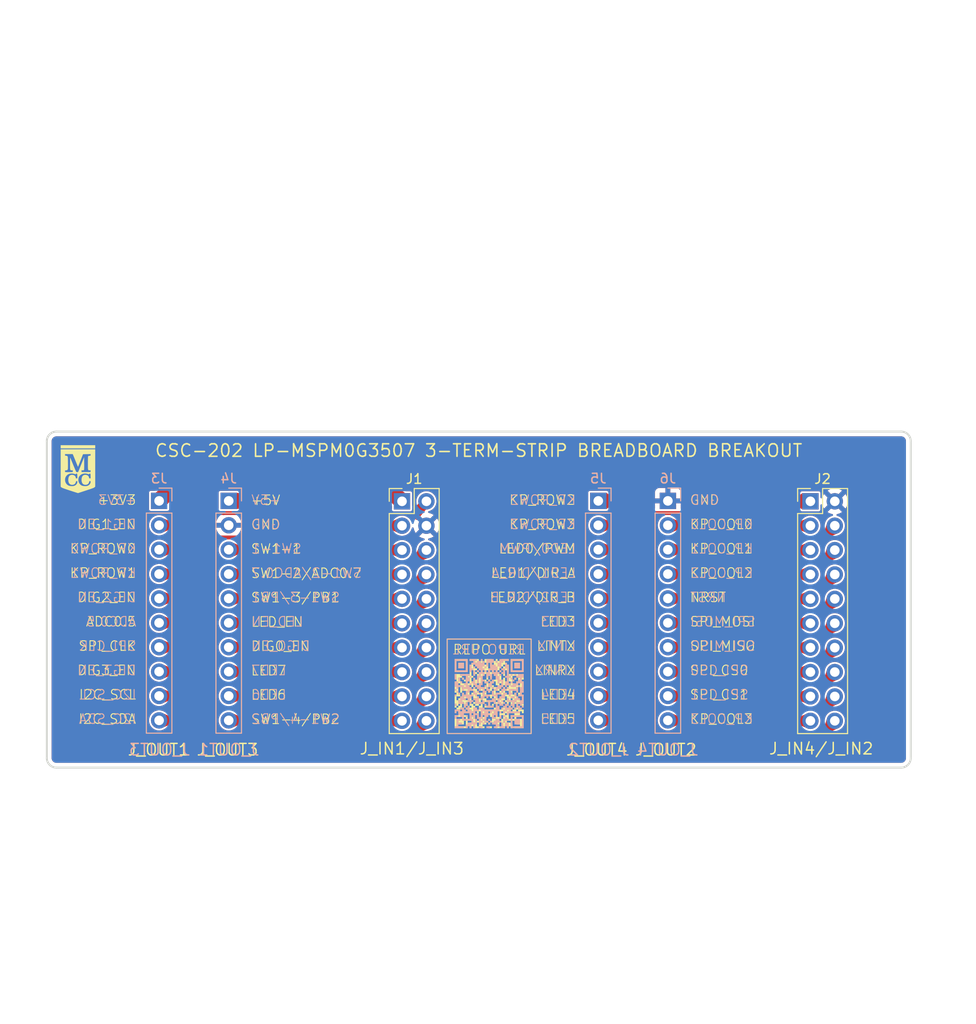
<source format=kicad_pcb>
(kicad_pcb (version 20241229) (generator "pcbnew") (generator_version "9.0")
  (layers (0 "F.Cu" signal) (2 "B.Cu" signal) (13 "F.Paste" user) (15 "B.Paste" user) (5 "F.SilkS" user "F.Silkscreen") (7 "B.SilkS" user "B.Silkscreen") (1 "F.Mask" user) (3 "B.Mask" user) (25 "Edge.Cuts" user))
  (net 0 "")
  (net 1 "/ADC0.5")
  (net 2 "/DIG1_EN")
  (net 3 "/I2C_SDA")
  (net 4 "/DIG2_EN")
  (net 5 "/DIG3_EN")
  (net 6 "/KP_ROW1")
  (net 7 "+3V3")
  (net 8 "/KP_ROW0")
  (net 9 "/I2C_SCL")
  (net 10 "/SPI_CLK")
  (net 11 "/KP_COL3")
  (net 12 "/SPI_CS1")
  (net 13 "/KP_COL1")
  (net 14 "/KP_COL0")
  (net 15 "GND")
  (net 16 "/SPI_MOSI")
  (net 17 "/KP_COL2")
  (net 18 "/SPI_MISO")
  (net 19 "/SPI_CS0")
  (net 20 "/NRST")
  (net 21 "/SW1-3{slash}PB1")
  (net 22 "/LED_EN")
  (net 23 "/LED7")
  (net 24 "+5V")
  (net 25 "/DIG0_EN")
  (net 26 "/SW1-4{slash}PB2")
  (net 27 "/SW1-2{slash}ADC0.7")
  (net 28 "/SW1-1")
  (net 29 "/LED6")
  (net 30 "/LED5")
  (net 31 "/KP_ROW3")
  (net 32 "/LED0{slash}PWM")
  (net 33 "/KP_ROW2")
  (net 34 "/LED2{slash}DIR_B")
  (net 35 "/LED4")
  (net 36 "/LINTX")
  (net 37 "/LED1{slash}DIR_A")
  (net 38 "/LED3")
  (net 39 "/LINRX")
  (footprint "01-Shared_Project_Footprints:Makers-Mark_Eli_Bell" (layer "F.Cu") (at 176.85 82.16)
    (property "Reference" "LOGO**" (hide yes))
    (property "Value" "Logo" (hide yes))
    (fp_line (start -0.775 0) (end -0.775 0.2) (stroke (width 0.2)) (layer "F.Cu"))
    (fp_line (start 0.775 0.2) (end 0.775 0) (stroke (width 0.2)) (layer "F.Cu"))
    (fp_arc (start -0.775 0) (mid 0 -0.775) (end 0.775 0) (stroke (width 0.2)) (layer "F.Cu"))
    (fp_arc (start -0.775 0.2) (mid -0.833323 0.439333) (end -0.995216 0.625) (stroke (width 0.2)) (layer "F.Cu"))
    (fp_arc (start -0.103078 -0.875) (mid 0 -0.978078) (end 0.103078 -0.875) (stroke (width 0.2)) (layer "F.Cu"))
    (fp_arc (start 0.103078 0.996922) (mid 0 1.1) (end -0.103078 0.996922) (stroke (width 0.2)) (layer "F.Cu"))
    (fp_arc (start 0.995216 0.625) (mid 0.833323 0.439333) (end 0.775 0.2) (stroke (width 0.2)) (layer "F.Cu"))
    (fp_curve (pts (xy -0.995216 0.625) (xy -0.995216 0.875) (xy 0 0.9) (xy 0 0.9)) (stroke (width 0.2)) (layer "F.Cu"))
    (fp_curve (pts (xy 0.995216 0.625) (xy 0.995216 0.875) (xy 0 0.9) (xy 0 0.9)) (stroke (width 0.2)) (layer "F.Cu"))
    (fp_text user "e" (at -0.525 0.8 0) (layer "F.Cu") (effects (font (size 1.35 1.35) (thickness 0.1)) (justify left bottom)))
    (zone (net 0) (net_name "") (layer "F.Cu") (connect_pads (clearance 0)) (min_thickness 0.25)
      (keepout (tracks allowed) (vias allowed) (pads allowed) (copperpour not_allowed) (footprints allowed))
      (fill (thermal_gap 0.5) (thermal_bridge_width 0.5))
      (polygon (pts (xy 176.746922 83.504311) (xy 176.74696 83.527829) (xy 176.767369 83.570207) (xy 176.804143 83.599534) (xy 176.85 83.61) (xy 176.895857 83.599534) (xy 176.932631 83.570207) (xy 176.95304 83.527829) (xy 176.953078 83.504311)))
    )
    (zone (net 0) (net_name "") (layer "F.Cu") (connect_pads (clearance 0)) (min_thickness 0.25)
      (keepout (tracks allowed) (vias allowed) (pads allowed) (copperpour not_allowed) (footprints allowed))
      (fill (thermal_gap 0.5) (thermal_bridge_width 0.5))
      (polygon (pts (xy 175.854784 83.132389) (xy 177.845216 83.132389) (xy 177.826307 83.189361) (xy 177.766151 83.242981) (xy 177.645444 83.297071) (xy 177.438955 83.348336) (xy 177.138141 83.388902) (xy 176.85 83.407389) (xy 176.561859 83.388902) (xy 176.261045 83.348336) (xy 176.054556 83.297071) (xy 175.933849 83.242981) (xy 175.873693 83.189361)))
    )
  )
  (footprint "01-Shared_Project_Footprints:PinHeader_2x10_P2.54mm_Vertical_J2-J4" (layer "F.Cu") (at 168.685369 87.264556)
    (property "Reference" "J2" (at 1.27 -2.33 0) (layer "F.SilkS"))
    (property "Value" "J_IN4/J_IN2")
    (pad "11" thru_hole oval (at 2.54 22.86) (size 1.7 1.7) (drill 1) (layers "*.Cu" "*.Mask") (net 11 "/KP_COL3"))
    (pad "12" thru_hole oval (at 2.54 20.32) (size 1.7 1.7) (drill 1) (layers "*.Cu" "*.Mask") (net 12 "/SPI_CS1"))
    (pad "13" thru_hole oval (at 2.54 17.78) (size 1.7 1.7) (drill 1) (layers "*.Cu" "*.Mask") (net 19 "/SPI_CS0"))
    (pad "14" thru_hole oval (at 2.54 15.24) (size 1.7 1.7) (drill 1) (layers "*.Cu" "*.Mask") (net 18 "/SPI_MISO"))
    (pad "15" thru_hole oval (at 2.54 12.7) (size 1.7 1.7) (drill 1) (layers "*.Cu" "*.Mask") (net 16 "/SPI_MOSI"))
    (pad "16" thru_hole oval (at 2.54 10.16) (size 1.7 1.7) (drill 1) (layers "*.Cu" "*.Mask") (net 20 "/NRST"))
    (pad "17" thru_hole oval (at 2.54 7.62) (size 1.7 1.7) (drill 1) (layers "*.Cu" "*.Mask") (net 17 "/KP_COL2"))
    (pad "18" thru_hole oval (at 2.54 5.08) (size 1.7 1.7) (drill 1) (layers "*.Cu" "*.Mask") (net 13 "/KP_COL1"))
    (pad "19" thru_hole oval (at 2.54 2.54) (size 1.7 1.7) (drill 1) (layers "*.Cu" "*.Mask") (net 14 "/KP_COL0"))
    (pad "20" thru_hole oval (at 2.54 0) (size 1.7 1.7) (drill 1) (layers "*.Cu" "*.Mask") (net 15 "GND"))
    (pad "31" thru_hole oval (at 0 22.86) (size 1.7 1.7) (drill 1) (layers "*.Cu" "*.Mask") (net 30 "/LED5"))
    (pad "32" thru_hole oval (at 0 20.32) (size 1.7 1.7) (drill 1) (layers "*.Cu" "*.Mask") (net 35 "/LED4"))
    (pad "33" thru_hole oval (at 0 17.78) (size 1.7 1.7) (drill 1) (layers "*.Cu" "*.Mask") (net 39 "/LINRX"))
    (pad "34" thru_hole oval (at 0 15.24) (size 1.7 1.7) (drill 1) (layers "*.Cu" "*.Mask") (net 36 "/LINTX"))
    (pad "35" thru_hole oval (at 0 12.7) (size 1.7 1.7) (drill 1) (layers "*.Cu" "*.Mask") (net 38 "/LED3"))
    (pad "36" thru_hole oval (at 0 10.16) (size 1.7 1.7) (drill 1) (layers "*.Cu" "*.Mask") (net 34 "/LED2{slash}DIR_B"))
    (pad "37" thru_hole oval (at 0 7.62) (size 1.7 1.7) (drill 1) (layers "*.Cu" "*.Mask") (net 37 "/LED1{slash}DIR_A"))
    (pad "38" thru_hole oval (at 0 5.08) (size 1.7 1.7) (drill 1) (layers "*.Cu" "*.Mask") (net 32 "/LED0{slash}PWM"))
    (pad "39" thru_hole oval (at 0 2.54) (size 1.7 1.7) (drill 1) (layers "*.Cu" "*.Mask") (net 31 "/KP_ROW3"))
    (pad "40" thru_hole rect (at 0 0) (size 1.7 1.7) (drill 1) (layers "*.Cu" "*.Mask") (net 33 "/KP_ROW2"))
  )
  (footprint "01-Shared_Project_Footprints:Repo_URL_QR" (layer "F.Cu") (at 135.22 107.29)
    (property "Reference" "G1")
    (property "Value" "LOGO" (hide yes))
  )
  (footprint "01-Shared_Project_Footprints:MCC-Logo" (layer "F.Cu") (at 92.38 83.92)
    (property "Reference" "LOGO1")
    (property "Value" "LOGO" (hide yes))
  )
  (footprint "01-Shared_Project_Footprints:PinHeader_2x10_P2.54mm_Vertical_J1-J3" (layer "F.Cu") (at 126.141369 87.264556)
    (property "Reference" "J1" (at 1.27 -2.33 0) (layer "F.SilkS"))
    (property "Value" "J_IN1/J_IN3")
    (pad "1" thru_hole rect (at 0 0) (size 1.7 1.7) (drill 1) (layers "*.Cu" "*.Mask") (net 7 "+3V3"))
    (pad "2" thru_hole oval (at 0 2.54) (size 1.7 1.7) (drill 1) (layers "*.Cu" "*.Mask") (net 2 "/DIG1_EN"))
    (pad "3" thru_hole oval (at 0 5.08) (size 1.7 1.7) (drill 1) (layers "*.Cu" "*.Mask") (net 8 "/KP_ROW0"))
    (pad "4" thru_hole oval (at 0 7.62) (size 1.7 1.7) (drill 1) (layers "*.Cu" "*.Mask") (net 6 "/KP_ROW1"))
    (pad "5" thru_hole oval (at 0 10.16) (size 1.7 1.7) (drill 1) (layers "*.Cu" "*.Mask") (net 4 "/DIG2_EN"))
    (pad "6" thru_hole oval (at 0 12.7) (size 1.7 1.7) (drill 1) (layers "*.Cu" "*.Mask") (net 1 "/ADC0.5"))
    (pad "7" thru_hole oval (at 0 15.24) (size 1.7 1.7) (drill 1) (layers "*.Cu" "*.Mask") (net 10 "/SPI_CLK"))
    (pad "8" thru_hole oval (at 0 17.78) (size 1.7 1.7) (drill 1) (layers "*.Cu" "*.Mask") (net 5 "/DIG3_EN"))
    (pad "9" thru_hole oval (at 0 20.32) (size 1.7 1.7) (drill 1) (layers "*.Cu" "*.Mask") (net 9 "/I2C_SCL"))
    (pad "10" thru_hole oval (at 0 22.86) (size 1.7 1.7) (drill 1) (layers "*.Cu" "*.Mask") (net 3 "/I2C_SDA"))
    (pad "21" thru_hole oval (at 2.54 0) (size 1.7 1.7) (drill 1) (layers "*.Cu" "*.Mask") (net 24 "+5V"))
    (pad "22" thru_hole oval (at 2.54 2.54) (size 1.7 1.7) (drill 1) (layers "*.Cu" "*.Mask") (net 15 "GND"))
    (pad "23" thru_hole oval (at 2.54 5.08) (size 1.7 1.7) (drill 1) (layers "*.Cu" "*.Mask") (net 28 "/SW1-1"))
    (pad "24" thru_hole oval (at 2.54 7.62) (size 1.7 1.7) (drill 1) (layers "*.Cu" "*.Mask") (net 27 "/SW1-2{slash}ADC0.7"))
    (pad "25" thru_hole oval (at 2.54 10.16) (size 1.7 1.7) (drill 1) (layers "*.Cu" "*.Mask") (net 21 "/SW1-3{slash}PB1"))
    (pad "26" thru_hole oval (at 2.54 12.7) (size 1.7 1.7) (drill 1) (layers "*.Cu" "*.Mask") (net 22 "/LED_EN"))
    (pad "27" thru_hole oval (at 2.54 15.24) (size 1.7 1.7) (drill 1) (layers "*.Cu" "*.Mask") (net 25 "/DIG0_EN"))
    (pad "28" thru_hole oval (at 2.54 17.78) (size 1.7 1.7) (drill 1) (layers "*.Cu" "*.Mask") (net 23 "/LED7"))
    (pad "29" thru_hole oval (at 2.54 20.32) (size 1.7 1.7) (drill 1) (layers "*.Cu" "*.Mask") (net 29 "/LED6"))
    (pad "30" thru_hole oval (at 2.54 22.86) (size 1.7 1.7) (drill 1) (layers "*.Cu" "*.Mask") (net 26 "/SW1-4{slash}PB2"))
  )
  (footprint "01-Shared_Project_Footprints:Repo_URL_QR" (layer "B.Cu") (at 135.220001 107.29 180)
    (property "Reference" "G2")
    (property "Value" "LOGO" (hide yes))
  )
  (footprint "Connector_PinHeader_2.54mm:PinHeader_1x10_P2.54mm_Vertical" (layer "B.Cu") (at 108.086469 87.22 180)
    (property "Reference" "J4" (at 0 2.33 0) (layer "B.SilkS") (effects (justify mirror)))
    (property "Value" "J_OUT3")
    (pad "1" thru_hole rect (at 0 0 180) (size 1.7 1.7) (drill 1) (layers "*.Cu" "*.Mask") (net 24 "+5V"))
    (pad "2" thru_hole oval (at 0 -2.54 180) (size 1.7 1.7) (drill 1) (layers "*.Cu" "*.Mask") (net 15 "GND"))
    (pad "3" thru_hole oval (at 0 -5.08 180) (size 1.7 1.7) (drill 1) (layers "*.Cu" "*.Mask") (net 28 "/SW1-1"))
    (pad "4" thru_hole oval (at 0 -7.62 180) (size 1.7 1.7) (drill 1) (layers "*.Cu" "*.Mask") (net 27 "/SW1-2{slash}ADC0.7"))
    (pad "5" thru_hole oval (at 0 -10.16 180) (size 1.7 1.7) (drill 1) (layers "*.Cu" "*.Mask") (net 21 "/SW1-3{slash}PB1"))
    (pad "6" thru_hole oval (at 0 -12.7 180) (size 1.7 1.7) (drill 1) (layers "*.Cu" "*.Mask") (net 22 "/LED_EN"))
    (pad "7" thru_hole oval (at 0 -15.24 180) (size 1.7 1.7) (drill 1) (layers "*.Cu" "*.Mask") (net 25 "/DIG0_EN"))
    (pad "8" thru_hole oval (at 0 -17.78 180) (size 1.7 1.7) (drill 1) (layers "*.Cu" "*.Mask") (net 23 "/LED7"))
    (pad "9" thru_hole oval (at 0 -20.32 180) (size 1.7 1.7) (drill 1) (layers "*.Cu" "*.Mask") (net 29 "/LED6"))
    (pad "10" thru_hole oval (at 0 -22.86 180) (size 1.7 1.7) (drill 1) (layers "*.Cu" "*.Mask") (net 26 "/SW1-4{slash}PB2"))
  )
  (footprint "Connector_PinHeader_2.54mm:PinHeader_1x10_P2.54mm_Vertical" (layer "B.Cu") (at 153.836469 87.22 180)
    (property "Reference" "J6" (at 0 2.33 0) (layer "B.SilkS") (effects (justify mirror)))
    (property "Value" "J_OUT2")
    (pad "1" thru_hole rect (at 0 0 180) (size 1.7 1.7) (drill 1) (layers "*.Cu" "*.Mask") (net 15 "GND"))
    (pad "2" thru_hole oval (at 0 -2.54 180) (size 1.7 1.7) (drill 1) (layers "*.Cu" "*.Mask") (net 14 "/KP_COL0"))
    (pad "3" thru_hole oval (at 0 -5.08 180) (size 1.7 1.7) (drill 1) (layers "*.Cu" "*.Mask") (net 13 "/KP_COL1"))
    (pad "4" thru_hole oval (at 0 -7.62 180) (size 1.7 1.7) (drill 1) (layers "*.Cu" "*.Mask") (net 17 "/KP_COL2"))
    (pad "5" thru_hole oval (at 0 -10.16 180) (size 1.7 1.7) (drill 1) (layers "*.Cu" "*.Mask") (net 20 "/NRST"))
    (pad "6" thru_hole oval (at 0 -12.7 180) (size 1.7 1.7) (drill 1) (layers "*.Cu" "*.Mask") (net 16 "/SPI_MOSI"))
    (pad "7" thru_hole oval (at 0 -15.24 180) (size 1.7 1.7) (drill 1) (layers "*.Cu" "*.Mask") (net 18 "/SPI_MISO"))
    (pad "8" thru_hole oval (at 0 -17.78 180) (size 1.7 1.7) (drill 1) (layers "*.Cu" "*.Mask") (net 19 "/SPI_CS0"))
    (pad "9" thru_hole oval (at 0 -20.32 180) (size 1.7 1.7) (drill 1) (layers "*.Cu" "*.Mask") (net 12 "/SPI_CS1"))
    (pad "10" thru_hole oval (at 0 -22.86 180) (size 1.7 1.7) (drill 1) (layers "*.Cu" "*.Mask") (net 11 "/KP_COL3"))
  )
  (footprint "Connector_PinHeader_2.54mm:PinHeader_1x10_P2.54mm_Vertical" (layer "B.Cu") (at 100.836469 87.22 180)
    (property "Reference" "J3" (at 0 2.33 0) (layer "B.SilkS") (effects (justify mirror)))
    (property "Value" "J_OUT1")
    (pad "1" thru_hole rect (at 0 0 180) (size 1.7 1.7) (drill 1) (layers "*.Cu" "*.Mask") (net 7 "+3V3"))
    (pad "2" thru_hole oval (at 0 -2.54 180) (size 1.7 1.7) (drill 1) (layers "*.Cu" "*.Mask") (net 2 "/DIG1_EN"))
    (pad "3" thru_hole oval (at 0 -5.08 180) (size 1.7 1.7) (drill 1) (layers "*.Cu" "*.Mask") (net 8 "/KP_ROW0"))
    (pad "4" thru_hole oval (at 0 -7.62 180) (size 1.7 1.7) (drill 1) (layers "*.Cu" "*.Mask") (net 6 "/KP_ROW1"))
    (pad "5" thru_hole oval (at 0 -10.16 180) (size 1.7 1.7) (drill 1) (layers "*.Cu" "*.Mask") (net 4 "/DIG2_EN"))
    (pad "6" thru_hole oval (at 0 -12.7 180) (size 1.7 1.7) (drill 1) (layers "*.Cu" "*.Mask") (net 1 "/ADC0.5"))
    (pad "7" thru_hole oval (at 0 -15.24 180) (size 1.7 1.7) (drill 1) (layers "*.Cu" "*.Mask") (net 10 "/SPI_CLK"))
    (pad "8" thru_hole oval (at 0 -17.78 180) (size 1.7 1.7) (drill 1) (layers "*.Cu" "*.Mask") (net 5 "/DIG3_EN"))
    (pad "9" thru_hole oval (at 0 -20.32 180) (size 1.7 1.7) (drill 1) (layers "*.Cu" "*.Mask") (net 9 "/I2C_SCL"))
    (pad "10" thru_hole oval (at 0 -22.86 180) (size 1.7 1.7) (drill 1) (layers "*.Cu" "*.Mask") (net 3 "/I2C_SDA"))
  )
  (footprint "Connector_PinHeader_2.54mm:PinHeader_1x10_P2.54mm_Vertical" (layer "B.Cu") (at 146.586469 87.22 180)
    (property "Reference" "J5" (at 0 2.33 0) (layer "B.SilkS") (effects (justify mirror)))
    (property "Value" "J_OUT4")
    (pad "1" thru_hole rect (at 0 0 180) (size 1.7 1.7) (drill 1) (layers "*.Cu" "*.Mask") (net 33 "/KP_ROW2"))
    (pad "2" thru_hole oval (at 0 -2.54 180) (size 1.7 1.7) (drill 1) (layers "*.Cu" "*.Mask") (net 31 "/KP_ROW3"))
    (pad "3" thru_hole oval (at 0 -5.08 180) (size 1.7 1.7) (drill 1) (layers "*.Cu" "*.Mask") (net 32 "/LED0{slash}PWM"))
    (pad "4" thru_hole oval (at 0 -7.62 180) (size 1.7 1.7) (drill 1) (layers "*.Cu" "*.Mask") (net 37 "/LED1{slash}DIR_A"))
    (pad "5" thru_hole oval (at 0 -10.16 180) (size 1.7 1.7) (drill 1) (layers "*.Cu" "*.Mask") (net 34 "/LED2{slash}DIR_B"))
    (pad "6" thru_hole oval (at 0 -12.7 180) (size 1.7 1.7) (drill 1) (layers "*.Cu" "*.Mask") (net 38 "/LED3"))
    (pad "7" thru_hole oval (at 0 -15.24 180) (size 1.7 1.7) (drill 1) (layers "*.Cu" "*.Mask") (net 36 "/LINTX"))
    (pad "8" thru_hole oval (at 0 -17.78 180) (size 1.7 1.7) (drill 1) (layers "*.Cu" "*.Mask") (net 39 "/LINRX"))
    (pad "9" thru_hole oval (at 0 -20.32 180) (size 1.7 1.7) (drill 1) (layers "*.Cu" "*.Mask") (net 35 "/LED4"))
    (pad "10" thru_hole oval (at 0 -22.86 180) (size 1.7 1.7) (drill 1) (layers "*.Cu" "*.Mask") (net 30 "/LED5"))
  )
  (gr_line (start 128.668927 87.289798) (end 127.608927 88.569798) (stroke (width 1)) (layer "F.Cu") (net 24))
  (gr_rect (start 130.844859 101.61) (end 139.595142 111.450283) (stroke (width 0.1)) (fill no) (layer "F.SilkS"))
  (gr_rect (start 130.844859 101.61) (end 139.595142 111.450283) (stroke (width 0.1)) (fill no) (layer "B.SilkS"))
  (gr_arc (start 179.138927 113.999798) (mid 178.846034 114.706905) (end 178.138927 114.999798) (stroke (width 0.2)) (layer "Edge.Cuts"))
  (gr_arc (start 178.138927 79.999798) (mid 178.846034 80.292691) (end 179.138927 80.999798) (stroke (width 0.2)) (layer "Edge.Cuts"))
  (gr_line (start 178.138927 114.999798) (end 90.138927 114.999798) (stroke (width 0.2)) (layer "Edge.Cuts"))
  (gr_line (start 90.138927 79.999798) (end 178.138927 79.999798) (stroke (width 0.2)) (layer "Edge.Cuts"))
  (gr_arc (start 90.138927 114.999798) (mid 89.43182 114.706905) (end 89.138927 113.999798) (stroke (width 0.2)) (layer "Edge.Cuts"))
  (gr_line (start 179.138927 80.999798) (end 179.138927 113.999798) (stroke (width 0.2)) (layer "Edge.Cuts"))
  (gr_arc (start 89.138927 80.999798) (mid 89.43182 80.292691) (end 90.138927 79.999798) (stroke (width 0.2)) (layer "Edge.Cuts"))
  (gr_line (start 89.138927 113.999798) (end 89.138927 80.999798) (stroke (width 0.2)) (layer "Edge.Cuts"))
  (gr_text "GND" (at 156.066569 87.707644 0) (layer "F.SilkS") (effects (font (size 1 1) (thickness 0.1)) (justify left bottom)))
  (gr_text "SW1-4/PB2" (at 110.346569 110.542244 0) (layer "F.SilkS") (effects (font (size 1 1) (thickness 0.1)) (justify left bottom)))
  (gr_text "GND" (at 110.346569 90.2674 0) (layer "F.SilkS") (effects (font (size 1 1) (thickness 0.1)) (justify left bottom)))
  (gr_text "I2C_SDA" (at 98.510169 110.516844 0) (layer "F.SilkS") (effects (font (size 1 1) (thickness 0.1)) (justify right bottom)))
  (gr_text "LED_EN" (at 110.346569 100.404822 0) (layer "F.SilkS") (effects (font (size 1 1) (thickness 0.1)) (justify left bottom)))
  (gr_text "LED6" (at 110.346569 108.007888 0) (layer "F.SilkS") (effects (font (size 1 1) (thickness 0.1)) (justify left bottom)))
  (gr_text "LED1/DIR_A" (at 144.280969 95.310711 0) (layer "F.SilkS") (effects (font (size 1 1) (thickness 0.1)) (justify right bottom)))
  (gr_text "J_OUT1" (at 100.770769 113.1274 0) (layer "F.SilkS") (effects (font (size 1.2 1.2))))
  (gr_text "SPI_MISO" (at 156.066569 102.913777 0) (layer "F.SilkS") (effects (font (size 1 1) (thickness 0.1)) (justify left bottom)))
  (gr_text "KP_COL2" (at 156.066569 95.310711 0) (layer "F.SilkS") (effects (font (size 1 1) (thickness 0.1)) (justify left bottom)))
  (gr_text "J_IN1/J_IN3" (at 127.161369 113.020156 0) (layer "F.SilkS") (effects (font (size 1.2 1.2))))
  (gr_text "REPO URL" (at 131.384286 103.29 0) (layer "F.SilkS") (effects (font (size 1 1) (thickness 0.1)) (justify left bottom)))
  (gr_text "SPI_CS0" (at 156.066569 105.448133 0) (layer "F.SilkS") (effects (font (size 1 1) (thickness 0.1)) (justify left bottom)))
  (gr_text "CSC-202 LP-MSPM0G3507 3-TERM-STRIP BREADBOARD BREAKOUT" (at 134.128927 82.739798 0) (layer "F.SilkS") (effects (font (size 1.3 1.3) (thickness 0.1625)) (justify bottom)))
  (gr_text "KP_ROW1" (at 98.510169 95.310711 0) (layer "F.SilkS") (effects (font (size 1 1) (thickness 0.1)) (justify right bottom)))
  (gr_text "DIG2_EN" (at 98.510169 97.845066 0) (layer "F.SilkS") (effects (font (size 1 1) (thickness 0.1)) (justify right bottom)))
  (gr_text "LED0/PWM" (at 144.280969 92.776355 0) (layer "F.SilkS") (effects (font (size 1 1) (thickness 0.1)) (justify right bottom)))
  (gr_text "SPI_CLK" (at 98.510169 102.913777 0) (layer "F.SilkS") (effects (font (size 1 1) (thickness 0.1)) (justify right bottom)))
  (gr_text "LED2/DIR_B" (at 144.280969 97.845066 0) (layer "F.SilkS") (effects (font (size 1 1) (thickness 0.1)) (justify right bottom)))
  (gr_text "SW1-3/PB1" (at 110.346569 97.870466 0) (layer "F.SilkS") (effects (font (size 1 1) (thickness 0.1)) (justify left bottom)))
  (gr_text "DIG3_EN" (at 98.510169 105.448133 0) (layer "F.SilkS") (effects (font (size 1 1) (thickness 0.1)) (justify right bottom)))
  (gr_text "J_OUT2" (at 153.628169 113.1274 0) (layer "F.SilkS") (effects (font (size 1.2 1.2))))
  (gr_text "DIG1_EN" (at 98.510169 90.242 0) (layer "F.SilkS") (effects (font (size 1 1) (thickness 0.1)) (justify right bottom)))
  (gr_text "I2C_SCL" (at 98.510169 107.982488 0) (layer "F.SilkS") (effects (font (size 1 1) (thickness 0.1)) (justify right bottom)))
  (gr_text "+5V" (at 110.346569 87.733044 0) (layer "F.SilkS") (effects (font (size 1 1) (thickness 0.1)) (justify left bottom)))
  (gr_text "LED7" (at 110.346569 105.473533 0) (layer "F.SilkS") (effects (font (size 1 1) (thickness 0.1)) (justify left bottom)))
  (gr_text "KP_COL0" (at 156.066569 90.242 0) (layer "F.SilkS") (effects (font (size 1 1) (thickness 0.1)) (justify left bottom)))
  (gr_text "NRST" (at 156.066569 97.845066 0) (layer "F.SilkS") (effects (font (size 1 1) (thickness 0.1)) (justify left bottom)))
  (gr_text "LED3" (at 144.280969 100.379422 0) (layer "F.SilkS") (effects (font (size 1 1) (thickness 0.1)) (justify right bottom)))
  (gr_text "KP_ROW2" (at 144.280969 87.707644 0) (layer "F.SilkS") (effects (font (size 1 1) (thickness 0.1)) (justify right bottom)))
  (gr_text "LINRX" (at 144.280969 105.448133 0) (layer "F.SilkS") (effects (font (size 1 1) (thickness 0.1)) (justify right bottom)))
  (gr_text "J_IN4/J_IN2" (at 169.807969 113.020156 0) (layer "F.SilkS") (effects (font (size 1.2 1.2))))
  (gr_text "KP_COL1" (at 156.066569 92.776355 0) (layer "F.SilkS") (effects (font (size 1 1) (thickness 0.1)) (justify left bottom)))
  (gr_text "LINTX" (at 144.280969 102.913777 0) (layer "F.SilkS") (effects (font (size 1 1) (thickness 0.1)) (justify right bottom)))
  (gr_text "SW1-2/ADC0.7" (at 110.346569 95.336111 0) (layer "F.SilkS") (effects (font (size 1 1) (thickness 0.1)) (justify left bottom)))
  (gr_text "KP_ROW3" (at 144.280969 90.242 0) (layer "F.SilkS") (effects (font (size 1 1) (thickness 0.1)) (justify right bottom)))
  (gr_text "SPI_MOSI" (at 156.066569 100.379422 0) (layer "F.SilkS") (effects (font (size 1 1) (thickness 0.1)) (justify left bottom)))
  (gr_text "DIG0_EN" (at 110.346569 102.939177 0) (layer "F.SilkS") (effects (font (size 1 1) (thickness 0.1)) (justify left bottom)))
  (gr_text "SPI_CS1" (at 156.066569 107.982488 0) (layer "F.SilkS") (effects (font (size 1 1) (thickness 0.1)) (justify left bottom)))
  (gr_text "KP_ROW0" (at 98.510169 92.776355 0) (layer "F.SilkS") (effects (font (size 1 1) (thickness 0.1)) (justify right bottom)))
  (gr_text "KP_COL3" (at 156.066569 110.516844 0) (layer "F.SilkS") (effects (font (size 1 1) (thickness 0.1)) (justify left bottom)))
  (gr_text "LED5" (at 144.280969 110.516844 0) (layer "F.SilkS") (effects (font (size 1 1) (thickness 0.1)) (justify right bottom)))
  (gr_text "SW1-1" (at 110.346569 92.801755 0) (layer "F.SilkS") (effects (font (size 1 1) (thickness 0.1)) (justify left bottom)))
  (gr_text "LED4" (at 144.280969 107.982488 0) (layer "F.SilkS") (effects (font (size 1 1) (thickness 0.1)) (justify right bottom)))
  (gr_text "J_OUT4" (at 146.439969 113.1274 0) (layer "F.SilkS") (effects (font (size 1.2 1.2))))
  (gr_text "+3V3" (at 98.510169 87.707644 0) (layer "F.SilkS") (effects (font (size 1 1) (thickness 0.1)) (justify right bottom)))
  (gr_text "J_OUT3" (at 107.958969 113.1274 0) (layer "F.SilkS") (effects (font (size 1.2 1.2))))
  (gr_text "ADC0.5" (at 98.510169 100.379422 0) (layer "F.SilkS") (effects (font (size 1 1) (thickness 0.1)) (justify right bottom)))
  (gr_text "LINRX" (at 144.331769 105.453778 0) (layer "B.SilkS") (effects (font (size 1 1) (thickness 0.1)) (justify left bottom mirror)))
  (gr_text "GND" (at 156.091969 87.713289 0) (layer "B.SilkS") (effects (font (size 1 1) (thickness 0.1)) (justify right bottom mirror)))
  (gr_text "KP_ROW2" (at 144.331769 87.713289 0) (layer "B.SilkS") (effects (font (size 1 1) (thickness 0.1)) (justify left bottom mirror)))
  (gr_text "LED6" (at 110.371969 107.988133 0) (layer "B.SilkS") (effects (font (size 1 1) (thickness 0.1)) (justify right bottom mirror)))
  (gr_text "LED5" (at 144.331769 110.522489 0) (layer "B.SilkS") (effects (font (size 1 1) (thickness 0.1)) (justify left bottom mirror)))
  (gr_text "LED_EN" (at 110.371969 100.385067 0) (layer "B.SilkS") (effects (font (size 1 1) (thickness 0.1)) (justify right bottom mirror)))
  (gr_text "DIG2_EN" (at 98.535569 97.850711 0) (layer "B.SilkS") (effects (font (size 1 1) (thickness 0.1)) (justify left bottom mirror)))
  (gr_text "SPI_MISO" (at 156.091969 102.919422 0) (layer "B.SilkS") (effects (font (size 1 1) (thickness 0.1)) (justify right bottom mirror)))
  (gr_text "J_OUT1" (at 108.086469 113.1274 0) (layer "B.SilkS") (effects (font (size 1.2 1.2)) (justify mirror)))
  (gr_text "KP_COL2" (at 156.091969 95.316356 0) (layer "B.SilkS") (effects (font (size 1 1) (thickness 0.1)) (justify right bottom mirror)))
  (gr_text "NRST" (at 156.091969 97.850711 0) (layer "B.SilkS") (effects (font (size 1 1) (thickness 0.1)) (justify right bottom mirror)))
  (gr_text "I2C_SDA" (at 98.535569 110.522489 0) (layer "B.SilkS") (effects (font (size 1 1) (thickness 0.1)) (justify left bottom mirror)))
  (gr_text "ADC0.5" (at 98.535569 100.385067 0) (layer "B.SilkS") (effects (font (size 1 1) (thickness 0.1)) (justify left bottom mirror)))
  (gr_text "SW1-2/ADC0.7" (at 110.371969 95.316356 0) (layer "B.SilkS") (effects (font (size 1 1) (thickness 0.1)) (justify right bottom mirror)))
  (gr_text "SPI_MOSI" (at 156.091969 100.385067 0) (layer "B.SilkS") (effects (font (size 1 1) (thickness 0.1)) (justify right bottom mirror)))
  (gr_text "SW1-4/PB2" (at 110.371969 110.522489 0) (layer "B.SilkS") (effects (font (size 1 1) (thickness 0.1)) (justify right bottom mirror)))
  (gr_text "KP_COL3" (at 156.091969 110.522489 0) (layer "B.SilkS") (effects (font (size 1 1) (thickness 0.1)) (justify right bottom mirror)))
  (gr_text "KP_ROW0" (at 98.535569 92.782 0) (layer "B.SilkS") (effects (font (size 1 1) (thickness 0.1)) (justify left bottom mirror)))
  (gr_text "LINTX" (at 144.331769 102.919422 0) (layer "B.SilkS") (effects (font (size 1 1) (thickness 0.1)) (justify left bottom mirror)))
  (gr_text "SPI_CS1" (at 156.091969 107.988133 0) (layer "B.SilkS") (effects (font (size 1 1) (thickness 0.1)) (justify right bottom mirror)))
  (gr_text "SW1-3/PB1" (at 110.371969 97.850711 0) (layer "B.SilkS") (effects (font (size 1 1) (thickness 0.1)) (justify right bottom mirror)))
  (gr_text "SW1-1" (at 110.371969 92.782 0) (layer "B.SilkS") (effects (font (size 1 1) (thickness 0.1)) (justify right bottom mirror)))
  (gr_text "J_OUT3" (at 100.898269 113.1274 0) (layer "B.SilkS") (effects (font (size 1.2 1.2)) (justify mirror)))
  (gr_text "+5V" (at 110.371969 87.713289 0) (layer "B.SilkS") (effects (font (size 1 1) (thickness 0.1)) (justify right bottom mirror)))
  (gr_text "I2C_SCL" (at 98.535569 107.988133 0) (layer "B.SilkS") (effects (font (size 1 1) (thickness 0.1)) (justify left bottom mirror)))
  (gr_text "J_OUT2" (at 146.643169 113.1274 0) (layer "B.SilkS") (effects (font (size 1.2 1.2)) (justify mirror)))
  (gr_text "GND" (at 110.371969 90.247645 0) (layer "B.SilkS") (effects (font (size 1 1) (thickness 0.1)) (justify right bottom mirror)))
  (gr_text "LED0/PWM" (at 144.331769 92.782 0) (layer "B.SilkS") (effects (font (size 1 1) (thickness 0.1)) (justify left bottom mirror)))
  (gr_text "DIG1_EN" (at 98.535569 90.247645 0) (layer "B.SilkS") (effects (font (size 1 1) (thickness 0.1)) (justify left bottom mirror)))
  (gr_text "LED1/DIR_A" (at 144.331769 95.316356 0) (layer "B.SilkS") (effects (font (size 1 1) (thickness 0.1)) (justify left bottom mirror)))
  (gr_text "LED3" (at 144.331769 100.385067 0) (layer "B.SilkS") (effects (font (size 1 1) (thickness 0.1)) (justify left bottom mirror)))
  (gr_text "+3V3" (at 98.535569 87.713289 0) (layer "B.SilkS") (effects (font (size 1 1) (thickness 0.1)) (justify left bottom mirror)))
  (gr_text "KP_ROW3" (at 144.331769 90.247645 0) (layer "B.SilkS") (effects (font (size 1 1) (thickness 0.1)) (justify left bottom mirror)))
  (gr_text "SPI_CLK" (at 98.535569 102.919422 0) (layer "B.SilkS") (effects (font (size 1 1) (thickness 0.1)) (justify left bottom mirror)))
  (gr_text "REPO URL" (at 139.055715 103.29 0) (layer "B.SilkS") (effects (font (size 1 1) (thickness 0.1)) (justify left bottom mirror)))
  (gr_text "LED7" (at 110.371969 105.453778 0) (layer "B.SilkS") (effects (font (size 1 1) (thickness 0.1)) (justify right bottom mirror)))
  (gr_text "KP_COL0" (at 156.091969 90.247645 0) (layer "B.SilkS") (effects (font (size 1 1) (thickness 0.1)) (justify right bottom mirror)))
  (gr_text "SPI_CS0" (at 156.091969 105.453778 0) (layer "B.SilkS") (effects (font (size 1 1) (thickness 0.1)) (justify right bottom mirror)))
  (gr_text "LED2/DIR_B" (at 144.331769 97.850711 0) (layer "B.SilkS") (effects (font (size 1 1) (thickness 0.1)) (justify left bottom mirror)))
  (gr_text "KP_ROW1" (at 98.535569 95.316356 0) (layer "B.SilkS") (effects (font (size 1 1) (thickness 0.1)) (justify left bottom mirror)))
  (gr_text "LED4" (at 144.331769 107.988133 0) (layer "B.SilkS") (effects (font (size 1 1) (thickness 0.1)) (justify left bottom mirror)))
  (gr_text "J_OUT4" (at 153.831369 113.1274 0) (layer "B.SilkS") (effects (font (size 1.2 1.2)) (justify mirror)))
  (gr_text "KP_COL1" (at 156.091969 92.782 0) (layer "B.SilkS") (effects (font (size 1 1) (thickness 0.1)) (justify right bottom mirror)))
  (gr_text "DIG3_EN" (at 98.535569 105.453778 0) (layer "B.SilkS") (effects (font (size 1 1) (thickness 0.1)) (justify left bottom mirror)))
  (gr_text "DIG0_EN" (at 110.371969 102.919422 0) (layer "B.SilkS") (effects (font (size 1 1) (thickness 0.1)) (justify right bottom mirror)))
  (segment (start 104.381385 98.649596) (end 103.111183 99.919798) (width 0.4) (layer "F.Cu") (net 1))
  (segment (start 103.111183 99.919798) (end 100.828927 99.919798) (width 0.4) (layer "F.Cu") (net 1))
  (segment (start 104.381587 98.649798) (end 104.381385 98.649596) (width 0.4) (layer "F.Cu") (net 1))
  (segment (start 122.078927 98.649798) (end 104.381587 98.649798) (width 0.4) (layer "F.Cu") (net 1))
  (segment (start 123.398927 99.969798) (end 122.078927 98.649798) (width 0.4) (layer "F.Cu") (net 1))
  (segment (start 126.100127 99.969798) (end 123.398927 99.969798) (width 0.4) (layer "F.Cu") (net 1))
  (segment (start 107.558725 88.489596) (end 104.381385 88.489596) (width 0.4) (layer "F.Cu") (net 2))
  (segment (start 107.558927 88.489798) (end 107.558725 88.489596) (width 0.4) (layer "F.Cu") (net 2))
  (segment (start 123.398927 89.809798) (end 126.100127 89.809798) (width 0.4) (layer "F.Cu") (net 2))
  (segment (start 103.111183 89.759798) (end 104.381385 88.489596) (width 0.4) (layer "F.Cu") (net 2))
  (segment (start 100.828927 89.759798) (end 103.111183 89.759798) (width 0.4) (layer "F.Cu") (net 2))
  (segment (start 107.558927 88.489798) (end 122.078927 88.489798) (width 0.4) (layer "F.Cu") (net 2))
  (segment (start 122.078927 88.489798) (end 123.398927 89.809798) (width 0.4) (layer "F.Cu") (net 2))
  (segment (start 103.111183 110.099798) (end 100.828927 110.099798) (width 0.4) (layer "F.Cu") (net 3))
  (segment (start 126.100127 110.149798) (end 123.398927 110.149798) (width 0.4) (layer "F.Cu") (net 3))
  (segment (start 104.381385 108.829596) (end 103.111183 110.099798) (width 0.4) (layer "F.Cu") (net 3))
  (segment (start 122.078927 108.829798) (end 104.381587 108.829798) (width 0.4) (layer "F.Cu") (net 3))
  (segment (start 123.398927 110.149798) (end 122.078927 108.829798) (width 0.4) (layer "F.Cu") (net 3))
  (segment (start 104.381587 108.829798) (end 104.381385 108.829596) (width 0.4) (layer "F.Cu") (net 3))
  (segment (start 104.381587 96.109798) (end 104.381385 96.109596) (width 0.4) (layer "F.Cu") (net 4))
  (segment (start 123.398927 97.429798) (end 122.078927 96.109798) (width 0.4) (layer "F.Cu") (net 4))
  (segment (start 104.381385 96.109596) (end 103.111183 97.379798) (width 0.4) (layer "F.Cu") (net 4))
  (segment (start 122.078927 96.109798) (end 104.381587 96.109798) (width 0.4) (layer "F.Cu") (net 4))
  (segment (start 126.100127 97.429798) (end 123.398927 97.429798) (width 0.4) (layer "F.Cu") (net 4))
  (segment (start 103.111183 97.379798) (end 100.828927 97.379798) (width 0.4) (layer "F.Cu") (net 4))
  (segment (start 122.078927 103.729798) (end 104.381587 103.729798) (width 0.4) (layer "F.Cu") (net 5))
  (segment (start 104.381587 103.729798) (end 104.381385 103.729596) (width 0.4) (layer "F.Cu") (net 5))
  (segment (start 123.398927 105.049798) (end 122.078927 103.729798) (width 0.4) (layer "F.Cu") (net 5))
  (segment (start 126.100127 105.049798) (end 123.398927 105.049798) (width 0.4) (layer "F.Cu") (net 5))
  (segment (start 103.111183 104.999798) (end 100.828927 104.999798) (width 0.4) (layer "F.Cu") (net 5))
  (segment (start 104.381385 103.729596) (end 103.111183 104.999798) (width 0.4) (layer "F.Cu") (net 5))
  (segment (start 103.111183 94.839798) (end 100.828927 94.839798) (width 0.4) (layer "F.Cu") (net 6))
  (segment (start 123.398927 94.889798) (end 122.078927 93.569798) (width 0.4) (layer "F.Cu") (net 6))
  (segment (start 104.381385 93.569596) (end 103.111183 94.839798) (width 0.4) (layer "F.Cu") (net 6))
  (segment (start 104.381587 93.569798) (end 104.381385 93.569596) (width 0.4) (layer "F.Cu") (net 6))
  (segment (start 122.078927 93.569798) (end 104.381587 93.569798) (width 0.4) (layer "F.Cu") (net 6))
  (segment (start 126.100127 94.889798) (end 123.398927 94.889798) (width 0.4) (layer "F.Cu") (net 6))
  (segment (start 103.826671 84.229798) (end 100.836469 87.22) (width 1.5) (layer "F.Cu") (net 7))
  (segment (start 125.992969 87.264556) (end 122.958211 84.229798) (width 1.5) (layer "F.Cu") (net 7))
  (segment (start 122.958211 84.229798) (end 103.826671 84.229798) (width 1.5) (layer "F.Cu") (net 7))
  (segment (start 126.141369 87.264556) (end 125.992969 87.264556) (width 1.3) (layer "F.Cu") (net 7))
  (segment (start 123.398927 92.349798) (end 122.078927 91.029798) (width 0.4) (layer "F.Cu") (net 8))
  (segment (start 126.100127 92.349798) (end 123.398927 92.349798) (width 0.4) (layer "F.Cu") (net 8))
  (segment (start 104.381587 91.029798) (end 104.381385 91.029596) (width 0.4) (layer "F.Cu") (net 8))
  (segment (start 104.381385 91.029596) (end 103.111183 92.299798) (width 0.4) (layer "F.Cu") (net 8))
  (segment (start 103.111183 92.299798) (end 100.828927 92.299798) (width 0.4) (layer "F.Cu") (net 8))
  (segment (start 122.078927 91.029798) (end 104.381587 91.029798) (width 0.4) (layer "F.Cu") (net 8))
  (segment (start 104.381385 106.279596) (end 103.111183 107.549798) (width 0.4) (layer "F.Cu") (net 9))
  (segment (start 123.398927 107.599798) (end 122.078927 106.279798) (width 0.4) (layer "F.Cu") (net 9))
  (segment (start 104.381587 106.279798) (end 104.381385 106.279596) (width 0.4) (layer "F.Cu") (net 9))
  (segment (start 126.100127 107.599798) (end 123.398927 107.599798) (width 0.4) (layer "F.Cu") (net 9))
  (segment (start 103.111183 107.549798) (end 100.828927 107.549798) (width 0.4) (layer "F.Cu") (net 9))
  (segment (start 122.078927 106.279798) (end 104.381587 106.279798) (width 0.4) (layer "F.Cu") (net 9))
  (segment (start 122.078927 101.189798) (end 104.381587 101.189798) (width 0.4) (layer "F.Cu") (net 10))
  (segment (start 126.100127 102.509798) (end 123.398927 102.509798) (width 0.4) (layer "F.Cu") (net 10))
  (segment (start 103.111183 102.459798) (end 100.828927 102.459798) (width 0.4) (layer "F.Cu") (net 10))
  (segment (start 104.381385 101.189596) (end 103.111183 102.459798) (width 0.4) (layer "F.Cu") (net 10))
  (segment (start 123.398927 102.509798) (end 122.078927 101.189798) (width 0.4) (layer "F.Cu") (net 10))
  (segment (start 104.381587 101.189798) (end 104.381385 101.189596) (width 0.4) (layer "F.Cu") (net 10))
  (segment (start 171.3389 110.145546) (end 170.074648 111.409798) (width 0.4) (layer "F.Cu") (net 11))
  (segment (start 170.074648 111.409798) (end 166.063206 111.409798) (width 0.4) (layer "F.Cu") (net 11))
  (segment (start 164.753408 110.1) (end 153.95 110.1) (width 0.4) (layer "F.Cu") (net 11))
  (segment (start 166.063206 111.409798) (end 164.753408 110.1) (width 0.4) (layer "F.Cu") (net 11))
  (segment (start 164.753408 107.55) (end 153.95 107.55) (width 0.4) (layer "F.Cu") (net 12))
  (segment (start 166.063206 108.859798) (end 164.753408 107.55) (width 0.4) (layer "F.Cu") (net 12))
  (segment (start 171.3389 107.595546) (end 170.074648 108.859798) (width 0.4) (layer "F.Cu") (net 12))
  (segment (start 170.074648 108.859798) (end 166.063206 108.859798) (width 0.4) (layer "F.Cu") (net 12))
  (segment (start 170.074648 93.609798) (end 166.063206 93.609798) (width 0.4) (layer "F.Cu") (net 13))
  (segment (start 166.063206 93.609798) (end 164.753408 92.3) (width 0.4) (layer "F.Cu") (net 13))
  (segment (start 171.3389 92.345546) (end 170.074648 93.609798) (width 0.4) (layer "F.Cu") (net 13))
  (segment (start 164.753408 92.3) (end 153.95 92.3) (width 0.4) (layer "F.Cu") (net 13))
  (segment (start 171.3389 89.805546) (end 170.074648 91.069798) (width 0.4) (layer "F.Cu") (net 14))
  (segment (start 164.753408 89.76) (end 153.95 89.76) (width 0.4) (layer "F.Cu") (net 14))
  (segment (start 166.063206 91.069798) (end 164.753408 89.76) (width 0.4) (layer "F.Cu") (net 14))
  (segment (start 171.225369 89.804556) (end 171.225369 89.805546) (width 0.4) (layer "F.Cu") (net 14))
  (segment (start 170.074648 91.069798) (end 166.063206 91.069798) (width 0.4) (layer "F.Cu") (net 14))
  (segment (start 164.753408 99.92) (end 153.95 99.92) (width 0.4) (layer "F.Cu") (net 16))
  (segment (start 166.063206 101.229798) (end 164.753408 99.92) (width 0.4) (layer "F.Cu") (net 16))
  (segment (start 171.3389 99.965546) (end 170.074648 101.229798) (width 0.4) (layer "F.Cu") (net 16))
  (segment (start 170.074648 101.229798) (end 166.063206 101.229798) (width 0.4) (layer "F.Cu") (net 16))
  (segment (start 166.063206 96.149798) (end 164.753408 94.84) (width 0.4) (layer "F.Cu") (net 17))
  (segment (start 171.3389 94.885546) (end 170.074648 96.149798) (width 0.4) (layer "F.Cu") (net 17))
  (segment (start 164.753408 94.84) (end 153.95 94.84) (width 0.4) (layer "F.Cu") (net 17))
  (segment (start 170.074648 96.149798) (end 166.063206 96.149798) (width 0.4) (layer "F.Cu") (net 17))
  (segment (start 164.753408 102.46) (end 153.95 102.46) (width 0.4) (layer "F.Cu") (net 18))
  (segment (start 170.074648 103.769798) (end 166.063206 103.769798) (width 0.4) (layer "F.Cu") (net 18))
  (segment (start 166.063206 103.769798) (end 164.753408 102.46) (width 0.4) (layer "F.Cu") (net 18))
  (segment (start 171.3389 102.505546) (end 170.074648 103.769798) (width 0.4) (layer "F.Cu") (net 18))
  (segment (start 171.3389 105.045546) (end 170.074648 106.309798) (width 0.4) (layer "F.Cu") (net 19))
  (segment (start 164.753408 105) (end 153.95 105) (width 0.4) (layer "F.Cu") (net 19))
  (segment (start 170.074648 106.309798) (end 166.063206 106.309798) (width 0.4) (layer "F.Cu") (net 19))
  (segment (start 166.063206 106.309798) (end 164.753408 105) (width 0.4) (layer "F.Cu") (net 19))
  (segment (start 166.063206 98.689798) (end 164.753408 97.38) (width 0.4) (layer "F.Cu") (net 20))
  (segment (start 170.074648 98.689798) (end 166.063206 98.689798) (width 0.4) (layer "F.Cu") (net 20))
  (segment (start 171.3389 97.425546) (end 170.074648 98.689798) (width 0.4) (layer "F.Cu") (net 20))
  (segment (start 164.753408 97.38) (end 153.95 97.38) (width 0.4) (layer "F.Cu") (net 20))
  (segment (start 122.059877 97.38) (end 108.086469 97.38) (width 0.4) (layer "F.Cu") (net 21))
  (segment (start 123.369675 98.689798) (end 122.059877 97.38) (width 0.4) (layer "F.Cu") (net 21))
  (segment (start 127.381117 98.689798) (end 123.369675 98.689798) (width 0.4) (layer "F.Cu") (net 21))
  (segment (start 128.645369 97.425546) (end 127.381117 98.689798) (width 0.4) (layer "F.Cu") (net 21))
  (segment (start 127.381117 101.229798) (end 123.369675 101.229798) (width 0.4) (layer "F.Cu") (net 22))
  (segment (start 123.369675 101.229798) (end 122.059877 99.92) (width 0.4) (layer "F.Cu") (net 22))
  (segment (start 128.645369 99.965546) (end 127.381117 101.229798) (width 0.4) (layer "F.Cu") (net 22))
  (segment (start 122.059877 99.92) (end 108.086469 99.92) (width 0.4) (layer "F.Cu") (net 22))
  (segment (start 128.645369 105.045546) (end 127.381117 106.309798) (width 0.4) (layer "F.Cu") (net 23))
  (segment (start 127.381117 106.309798) (end 123.369675 106.309798) (width 0.4) (layer "F.Cu") (net 23))
  (segment (start 123.369675 106.309798) (end 122.059877 105) (width 0.4) (layer "F.Cu") (net 23))
  (segment (start 122.059877 105) (end 108.086469 105) (width 0.4) (layer "F.Cu") (net 23))
  (segment (start 127.578927 88.539798) (end 127.608927 88.569798) (width 0.4) (layer "F.Cu") (net 24))
  (segment (start 124.214969 88.559956) (end 122.875013 87.22) (width 1.3) (layer "F.Cu") (net 24))
  (segment (start 124.224811 88.569798) (end 124.214969 88.559956) (width 0.2) (layer "F.Cu") (net 24))
  (segment (start 124.214969 88.559956) (end 124.235127 88.539798) (width 0.4) (layer "F.Cu") (net 24))
  (segment (start 127.579129 88.54) (end 124.254609 88.54) (width 0.4) (layer "F.Cu") (net 24))
  (segment (start 127.339085 88.559956) (end 127.478927 88.699798) (width 0.2) (layer "F.Cu") (net 24))
  (segment (start 127.608927 88.569798) (end 127.579129 88.54) (width 0.4) (layer "F.Cu") (net 24))
  (segment (start 127.348927 88.569798) (end 127.339085 88.559956) (width 0.4) (layer "F.Cu") (net 24))
  (segment (start 127.608927 88.569798) (end 127.348927 88.569798) (width 0.4) (layer "F.Cu") (net 24))
  (segment (start 124.254609 88.54) (end 124.224811 88.569798) (width 0.4) (layer "F.Cu") (net 24))
  (segment (start 122.875013 87.22) (end 108.086469 87.22) (width 1.3) (layer "F.Cu") (net 24))
  (segment (start 127.381117 103.769798) (end 123.369675 103.769798) (width 0.4) (layer "F.Cu") (net 25))
  (segment (start 123.369675 103.769798) (end 122.059877 102.46) (width 0.4) (layer "F.Cu") (net 25))
  (segment (start 122.059877 102.46) (end 108.086469 102.46) (width 0.4) (layer "F.Cu") (net 25))
  (segment (start 128.645369 102.505546) (end 127.381117 103.769798) (width 0.4) (layer "F.Cu") (net 25))
  (segment (start 127.381117 111.409798) (end 123.369675 111.409798) (width 0.4) (layer "F.Cu") (net 26))
  (segment (start 108.106469 110.1) (end 108.086469 110.08) (width 0.4) (layer "F.Cu") (net 26))
  (segment (start 128.645369 110.145546) (end 127.381117 111.409798) (width 0.4) (layer "F.Cu") (net 26))
  (segment (start 123.369675 111.409798) (end 122.059877 110.1) (width 0.4) (layer "F.Cu") (net 26))
  (segment (start 122.059877 110.1) (end 108.106469 110.1) (width 0.4) (layer "F.Cu") (net 26))
  (segment (start 122.059877 94.84) (end 108.086469 94.84) (width 0.4) (layer "F.Cu") (net 27))
  (segment (start 127.381117 96.149798) (end 123.369675 96.149798) (width 0.4) (layer "F.Cu") (net 27))
  (segment (start 128.645369 94.885546) (end 127.381117 96.149798) (width 0.4) (layer "F.Cu") (net 27))
  (segment (start 123.369675 96.149798) (end 122.059877 94.84) (width 0.4) (layer "F.Cu") (net 27))
  (segment (start 123.369675 93.609798) (end 122.059877 92.3) (width 0.4) (layer "F.Cu") (net 28))
  (segment (start 128.645369 92.345546) (end 127.381117 93.609798) (width 0.4) (layer "F.Cu") (net 28))
  (segment (start 127.381117 93.609798) (end 123.369675 93.609798) (width 0.4) (layer "F.Cu") (net 28))
  (segment (start 122.059877 92.3) (end 108.086469 92.3) (width 0.4) (layer "F.Cu") (net 28))
  (segment (start 127.381117 108.859798) (end 123.369675 108.859798) (width 0.4) (layer "F.Cu") (net 29))
  (segment (start 128.645369 107.595546) (end 127.381117 108.859798) (width 0.4) (layer "F.Cu") (net 29))
  (segment (start 122.059877 107.55) (end 108.096469 107.55) (width 0.4) (layer "F.Cu") (net 29))
  (segment (start 123.369675 108.859798) (end 122.059877 107.55) (width 0.4) (layer "F.Cu") (net 29))
  (segment (start 108.096469 107.55) (end 108.086469 107.54) (width 0.4) (layer "F.Cu") (net 29))
  (segment (start 146.7 110.1) (end 148.982256 110.1) (width 0.4) (layer "F.Cu") (net 30))
  (segment (start 164.772458 108.829798) (end 166.092458 110.149798) (width 0.4) (layer "F.Cu") (net 30))
  (segment (start 166.092458 110.149798) (end 168.793658 110.149798) (width 0.4) (layer "F.Cu") (net 30))
  (segment (start 148.982256 110.1) (end 150.252458 108.829798) (width 0.4) (layer "F.Cu") (net 30))
  (segment (start 150.252458 108.829798) (end 164.772458 108.829798) (width 0.4) (layer "F.Cu") (net 30))
  (segment (start 164.772458 88.489798) (end 166.092458 89.809798) (width 0.4) (layer "F.Cu") (net 31))
  (segment (start 146.7 89.76) (end 148.982256 89.76) (width 0.4) (layer "F.Cu") (net 31))
  (segment (start 148.982256 89.76) (end 150.252458 88.489798) (width 0.4) (layer "F.Cu") (net 31))
  (segment (start 166.092458 89.809798) (end 168.793658 89.809798) (width 0.4) (layer "F.Cu") (net 31))
  (segment (start 150.252458 88.489798) (end 164.772458 88.489798) (width 0.4) (layer "F.Cu") (net 31))
  (segment (start 146.7 92.3) (end 148.982256 92.3) (width 0.4) (layer "F.Cu") (net 32))
  (segment (start 150.252458 91.029798) (end 164.772458 91.029798) (width 0.4) (layer "F.Cu") (net 32))
  (segment (start 148.982256 92.3) (end 150.252458 91.029798) (width 0.4) (layer "F.Cu") (net 32))
  (segment (start 164.772458 91.029798) (end 166.092458 92.349798) (width 0.4) (layer "F.Cu") (net 32))
  (segment (start 166.092458 92.349798) (end 168.793658 92.349798) (width 0.4) (layer "F.Cu") (net 32))
  (segment (start 148.982256 87.22) (end 151.342256 84.86) (width 0.4) (layer "F.Cu") (net 33))
  (segment (start 166.092458 87.269798) (end 168.793658 87.269798) (width 0.4) (layer "F.Cu") (net 33))
  (segment (start 151.342256 84.86) (end 163.68266 84.86) (width 0.4) (layer "F.Cu") (net 33))
  (segment (start 163.68266 84.86) (end 166.092458 87.269798) (width 0.4) (layer "F.Cu") (net 33))
  (segment (start 146.7 87.22) (end 148.982256 87.22) (width 0.4) (layer "F.Cu") (net 33))
  (segment (start 150.252458 96.109798) (end 164.772458 96.109798) (width 0.4) (layer "F.Cu") (net 34))
  (segment (start 166.092458 97.429798) (end 168.793658 97.429798) (width 0.4) (layer "F.Cu") (net 34))
  (segment (start 148.982256 97.38) (end 150.252458 96.109798) (width 0.4) (layer "F.Cu") (net 34))
  (segment (start 146.7 97.38) (end 148.982256 97.38) (width 0.4) (layer "F.Cu") (net 34))
  (segment (start 164.772458 96.109798) (end 166.092458 97.429798) (width 0.4) (layer "F.Cu") (net 34))
  (segment (start 164.772458 106.279798) (end 166.092458 107.599798) (width 0.4) (layer "F.Cu") (net 35))
  (segment (start 166.092458 107.599798) (end 168.793658 107.599798) (width 0.4) (layer "F.Cu") (net 35))
  (segment (start 150.252458 106.279798) (end 164.772458 106.279798) (width 0.4) (layer "F.Cu") (net 35))
  (segment (start 146.7 107.55) (end 148.982256 107.55) (width 0.4) (layer "F.Cu") (net 35))
  (segment (start 148.982256 107.55) (end 150.252458 106.279798) (width 0.4) (layer "F.Cu") (net 35))
  (segment (start 148.982256 102.46) (end 150.252458 101.189798) (width 0.4) (layer "F.Cu") (net 36))
  (segment (start 146.7 102.46) (end 148.982256 102.46) (width 0.4) (layer "F.Cu") (net 36))
  (segment (start 164.772458 101.189798) (end 166.092458 102.509798) (width 0.4) (layer "F.Cu") (net 36))
  (segment (start 150.252458 101.189798) (end 164.772458 101.189798) (width 0.4) (layer "F.Cu") (net 36))
  (segment (start 166.092458 102.509798) (end 168.793658 102.509798) (width 0.4) (layer "F.Cu") (net 36))
  (segment (start 166.092458 94.889798) (end 168.793658 94.889798) (width 0.4) (layer "F.Cu") (net 37))
  (segment (start 150.252458 93.569798) (end 164.772458 93.569798) (width 0.4) (layer "F.Cu") (net 37))
  (segment (start 164.772458 93.569798) (end 166.092458 94.889798) (width 0.4) (layer "F.Cu") (net 37))
  (segment (start 146.7 94.84) (end 148.982256 94.84) (width 0.4) (layer "F.Cu") (net 37))
  (segment (start 148.982256 94.84) (end 150.252458 93.569798) (width 0.4) (layer "F.Cu") (net 37))
  (segment (start 150.252458 98.649798) (end 164.772458 98.649798) (width 0.4) (layer "F.Cu") (net 38))
  (segment (start 148.982256 99.92) (end 150.252458 98.649798) (width 0.4) (layer "F.Cu") (net 38))
  (segment (start 166.092458 99.969798) (end 168.793658 99.969798) (width 0.4) (layer "F.Cu") (net 38))
  (segment (start 146.7 99.92) (end 148.982256 99.92) (width 0.4) (layer "F.Cu") (net 38))
  (segment (start 164.772458 98.649798) (end 166.092458 99.969798) (width 0.4) (layer "F.Cu") (net 38))
  (segment (start 146.7 105) (end 148.982256 105) (width 0.4) (layer "F.Cu") (net 39))
  (segment (start 148.982256 105) (end 150.252458 103.729798) (width 0.4) (layer "F.Cu") (net 39))
  (segment (start 164.772458 103.729798) (end 166.092458 105.049798) (width 0.4) (layer "F.Cu") (net 39))
  (segment (start 166.092458 105.049798) (end 168.793658 105.049798) (width 0.4) (layer "F.Cu") (net 39))
  (segment (start 150.252458 103.729798) (end 164.772458 103.729798) (width 0.4) (layer "F.Cu") (net 39))
  (zone (net 24) (net_name "+5V") (layer "F.Cu") (connect_pads (clearance 0.2)) (min_thickness 0.2) (fill yes (thermal_gap 0.5) (thermal_bridge_width 0.5))
    (polygon (pts (xy 124.15 89.21) (xy 127.790872 89.189313) (xy 129.261621 87.032718) (xy 128.52 86.85) (xy 128.04 87.22) (xy 127.98 87.22) (xy 127.01 88.19) (xy 127.01 88.22) (xy 127 88.23) (xy 124.26 88.23) (xy 123.64 88.2)))
  )
  (zone (net 7) (net_name "+3V3") (layer "F.Cu") (priority 1) (connect_pads (clearance 0.3)) (min_thickness 0.25) (fill yes (thermal_gap 0.5) (thermal_bridge_width 0.5) (smoothing chamfer) (radius 0.2))
    (polygon (pts (xy 102.741369 85.776356) (xy 124.441369 85.776356) (xy 122.641369 83.976356) (xy 104.541369 83.976356)))
  )
  (zone (net 15) (net_name "GND") (layers "F.Cu" "B.Cu") (priority 2) (connect_pads (clearance 0.2)) (min_thickness 0.2) (fill yes (thermal_gap 0.5) (thermal_bridge_width 0.5))
    (polygon (pts (xy 84.66 75.23) (xy 185.95 75.23) (xy 185.891073 120.900202) (xy 185.881073 121.020202) (xy 84.46 120.93) (xy 84.26 120.73) (xy 84.26 75.63)))
  )
)
</source>
